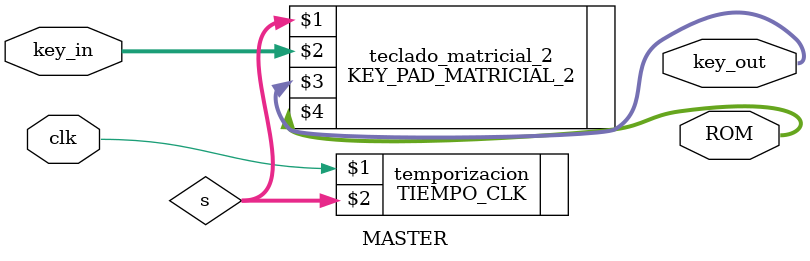
<source format=v>
`timescale 1ns / 1ps
module MASTER(
input clk,					//reloj del FPGA 100MHz
input wire [3:0] key_in,		//pines para leer las columnas
output [3:0] key_out,	//pines para alimentar las final
output [3:0] ROM			//datos determinados del key
    );
	
	//REGISTROS
	
	//CABLES
	wire [2:0] s;
	
	//INSTANCIAS
	TIEMPO_CLK temporizacion(clk,s);
	//KEY_PAD_MATRICIAL teclado_matricial(s,key_in,key_out,ROM);
	KEY_PAD_MATRICIAL_2 teclado_matricial_2(s,key_in,key_out,ROM);
	
endmodule

</source>
